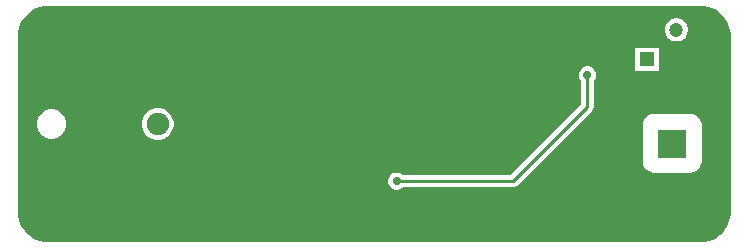
<source format=gbl>
G04*
G04 #@! TF.GenerationSoftware,Altium Limited,Altium Designer,21.6.1 (37)*
G04*
G04 Layer_Physical_Order=2*
G04 Layer_Color=16711680*
%FSLAX25Y25*%
%MOIN*%
G70*
G04*
G04 #@! TF.SameCoordinates,EE309F7F-E528-4661-BA6D-D9C948015DE1*
G04*
G04*
G04 #@! TF.FilePolarity,Positive*
G04*
G01*
G75*
%ADD14C,0.01000*%
%ADD46C,0.07480*%
%ADD47R,0.09843X0.06693*%
%ADD48R,0.04724X0.09449*%
%ADD49C,0.09449*%
%ADD50R,0.09449X0.09449*%
%ADD51R,0.04724X0.04724*%
%ADD52C,0.04724*%
%ADD53C,0.02756*%
G36*
X230517Y78356D02*
X232337Y77602D01*
X233975Y76508D01*
X235367Y75115D01*
X236462Y73477D01*
X237216Y71657D01*
X237600Y69725D01*
Y68740D01*
Y10000D01*
Y9015D01*
X237216Y7083D01*
X236462Y5263D01*
X235367Y3625D01*
X233975Y2232D01*
X232337Y1138D01*
X230517Y384D01*
X228585Y0D01*
X9015D01*
X7083Y384D01*
X5263Y1138D01*
X3625Y2232D01*
X2232Y3625D01*
X1138Y5263D01*
X384Y7083D01*
X0Y9015D01*
Y10000D01*
Y16900D01*
Y68740D01*
Y69725D01*
X384Y71657D01*
X1138Y73477D01*
X2232Y75115D01*
X3625Y76508D01*
X5263Y77602D01*
X7083Y78356D01*
X9015Y78740D01*
X228585D01*
X230517Y78356D01*
D02*
G37*
%LPC*%
G36*
X220051Y74605D02*
X219034D01*
X218052Y74341D01*
X217171Y73833D01*
X216452Y73114D01*
X215944Y72233D01*
X215680Y71251D01*
Y70234D01*
X215944Y69252D01*
X216452Y68371D01*
X217171Y67652D01*
X218052Y67143D01*
X219034Y66880D01*
X220051D01*
X221033Y67143D01*
X221914Y67652D01*
X222633Y68371D01*
X223142Y69252D01*
X223405Y70234D01*
Y71251D01*
X223142Y72233D01*
X222633Y73114D01*
X221914Y73833D01*
X221033Y74341D01*
X220051Y74605D01*
D02*
G37*
G36*
X213562Y64762D02*
X205838D01*
Y57038D01*
X213562D01*
Y64762D01*
D02*
G37*
G36*
X11858Y44216D02*
X10582D01*
X9350Y43886D01*
X8245Y43248D01*
X7342Y42346D01*
X6704Y41241D01*
X6374Y40008D01*
Y38732D01*
X6704Y37499D01*
X7342Y36394D01*
X8245Y35492D01*
X9350Y34854D01*
X10582Y34524D01*
X11858D01*
X13091Y34854D01*
X14196Y35492D01*
X15099Y36394D01*
X15737Y37499D01*
X16067Y38732D01*
Y40008D01*
X15737Y41241D01*
X15099Y42346D01*
X14196Y43248D01*
X13091Y43886D01*
X11858Y44216D01*
D02*
G37*
G36*
X47343Y44610D02*
X45964D01*
X44631Y44253D01*
X43436Y43563D01*
X42460Y42588D01*
X41770Y41393D01*
X41413Y40060D01*
Y38680D01*
X41770Y37347D01*
X42460Y36153D01*
X43436Y35177D01*
X44631Y34487D01*
X45964Y34130D01*
X47343D01*
X48676Y34487D01*
X49871Y35177D01*
X50847Y36153D01*
X51537Y37347D01*
X51894Y38680D01*
Y40060D01*
X51537Y41393D01*
X50847Y42588D01*
X49871Y43563D01*
X48676Y44253D01*
X47343Y44610D01*
D02*
G37*
G36*
X224423Y42776D02*
X211837D01*
X211076Y42624D01*
X210360Y42327D01*
X209715Y41897D01*
X209166Y41348D01*
X208735Y40703D01*
X208439Y39987D01*
X208287Y39226D01*
Y38839D01*
Y27027D01*
Y26640D01*
X208439Y25879D01*
X208735Y25163D01*
X209166Y24518D01*
X209715Y23969D01*
X210360Y23539D01*
X211076Y23242D01*
X211837Y23090D01*
X224423D01*
X225184Y23242D01*
X225900Y23539D01*
X226545Y23969D01*
X227094Y24518D01*
X227524Y25163D01*
X227821Y25879D01*
X227973Y26640D01*
Y27027D01*
Y38839D01*
Y39226D01*
X227821Y39987D01*
X227524Y40703D01*
X227094Y41348D01*
X226545Y41897D01*
X225900Y42327D01*
X225184Y42624D01*
X224423Y42776D01*
D02*
G37*
G36*
X190263Y58578D02*
X189505D01*
X188773Y58382D01*
X188117Y58003D01*
X187581Y57467D01*
X187202Y56811D01*
X187006Y56079D01*
Y55321D01*
X187202Y54589D01*
X187581Y53933D01*
X187845Y53669D01*
Y45929D01*
X164255Y22339D01*
X128331D01*
X128067Y22603D01*
X127411Y22982D01*
X126679Y23178D01*
X125921D01*
X125189Y22982D01*
X124533Y22603D01*
X123997Y22067D01*
X123618Y21411D01*
X123422Y20679D01*
Y19921D01*
X123618Y19189D01*
X123997Y18533D01*
X124533Y17997D01*
X125189Y17618D01*
X125921Y17422D01*
X126679D01*
X127411Y17618D01*
X128067Y17997D01*
X128331Y18261D01*
X165100D01*
X165880Y18416D01*
X166542Y18858D01*
X191326Y43642D01*
X191768Y44304D01*
X191923Y45084D01*
Y53669D01*
X192187Y53933D01*
X192566Y54589D01*
X192762Y55321D01*
Y56079D01*
X192566Y56811D01*
X192187Y57467D01*
X191651Y58003D01*
X190995Y58382D01*
X190263Y58578D01*
D02*
G37*
%LPD*%
D14*
X126300Y20300D02*
X165100D01*
X189884Y45084D02*
Y55700D01*
X165100Y20300D02*
X189884Y45084D01*
D46*
X46654Y39370D02*
D03*
D47*
X41142Y59311D02*
D03*
X22244D02*
D03*
X41142Y19429D02*
D03*
X22244D02*
D03*
D48*
X24606Y39370D02*
D03*
D49*
X218000Y13158D02*
D03*
D50*
Y32842D02*
D03*
D51*
X209700Y60900D02*
D03*
D52*
X219543Y70742D02*
D03*
X229385Y60900D02*
D03*
D53*
X186376Y3543D02*
D03*
X186486Y17551D02*
D03*
X38903Y75197D02*
D03*
X31185D02*
D03*
X15748Y3543D02*
D03*
X23467D02*
D03*
X31185D02*
D03*
X38903D02*
D03*
X163630D02*
D03*
X155911D02*
D03*
X148193D02*
D03*
X209642Y17551D02*
D03*
X201923D02*
D03*
X194205D02*
D03*
X194095Y3543D02*
D03*
X201813D02*
D03*
X209531D02*
D03*
X217250D02*
D03*
X224969D02*
D03*
X120866D02*
D03*
X113148D02*
D03*
X105429D02*
D03*
X97711D02*
D03*
X89992D02*
D03*
X126300Y20300D02*
D03*
X189884Y55700D02*
D03*
M02*

</source>
